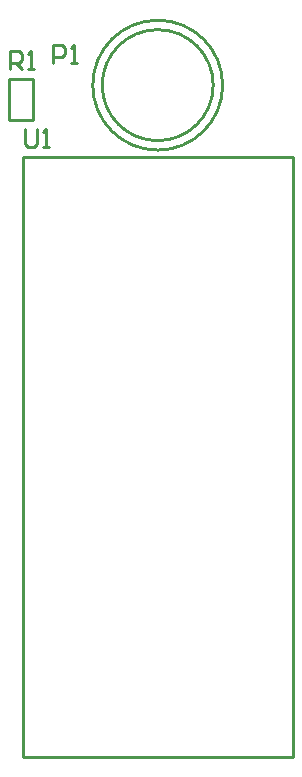
<source format=gto>
G04*
G04 #@! TF.GenerationSoftware,Altium Limited,Altium Designer,19.1.8 (144)*
G04*
G04 Layer_Color=65535*
%FSLAX25Y25*%
%MOIN*%
G70*
G01*
G75*
%ADD10C,0.01000*%
D10*
X188976Y324803D02*
G03*
X188976Y324803I-21654J0D01*
G01*
X185827D02*
G03*
X185827Y324803I-18504J0D01*
G01*
X117654Y313329D02*
Y326829D01*
X125654D01*
Y313329D02*
Y326829D01*
X117654Y313329D02*
X125654D01*
X122559Y100854D02*
X212559D01*
X122559D02*
Y300854D01*
X212559D01*
Y100854D02*
Y300854D01*
X118200Y330300D02*
Y336298D01*
X121199D01*
X122199Y335298D01*
Y333299D01*
X121199Y332299D01*
X118200D01*
X120199D02*
X122199Y330300D01*
X124198D02*
X126197D01*
X125198D01*
Y336298D01*
X124198Y335298D01*
X132283Y332283D02*
Y338281D01*
X135283D01*
X136282Y337282D01*
Y335282D01*
X135283Y334283D01*
X132283D01*
X138282Y332283D02*
X140281D01*
X139281D01*
Y338281D01*
X138282Y337282D01*
X123025Y310304D02*
Y305306D01*
X124025Y304306D01*
X126024D01*
X127024Y305306D01*
Y310304D01*
X129023Y304306D02*
X131023D01*
X130023D01*
Y310304D01*
X129023Y309305D01*
M02*

</source>
